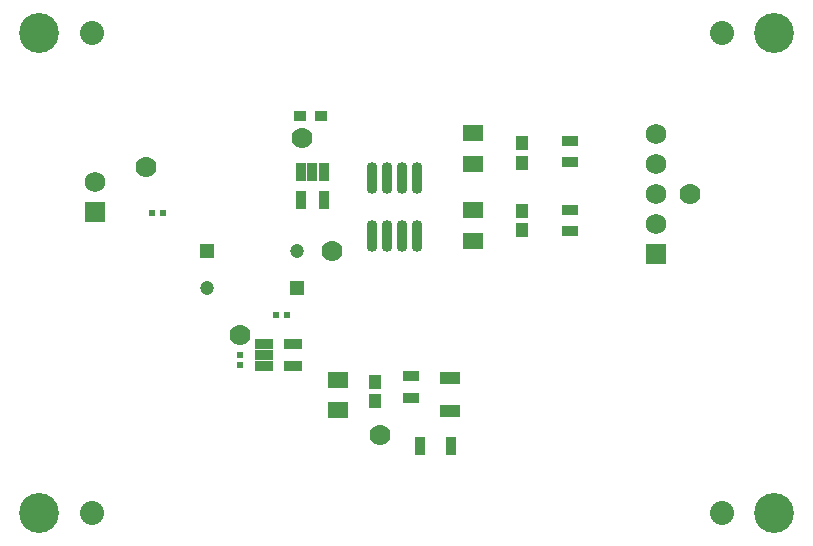
<source format=gts>
G04*
G04 #@! TF.GenerationSoftware,Altium Limited,Altium Designer,24.6.1 (21)*
G04*
G04 Layer_Color=8388736*
%FSLAX44Y44*%
%MOMM*%
G71*
G04*
G04 #@! TF.SameCoordinates,4D0109AF-B27D-4A28-B854-C6E4DC42B7D3*
G04*
G04*
G04 #@! TF.FilePolarity,Negative*
G04*
G01*
G75*
%ADD13R,1.8000X1.4000*%
%ADD14R,1.0000X0.9000*%
%ADD15R,0.5665X0.5725*%
%ADD16R,1.0121X1.1587*%
%ADD17R,0.8581X1.5621*%
%ADD18R,1.6621X1.0581*%
%ADD19R,1.4000X0.9500*%
%ADD22R,0.5725X0.5665*%
%ADD24R,0.9032X1.5032*%
%ADD25O,0.9032X2.7032*%
%ADD26R,1.5032X0.9032*%
%ADD27C,1.7532*%
%ADD28R,1.7532X1.7532*%
%ADD29C,1.2000*%
%ADD30R,1.2000X1.2000*%
%ADD31C,2.0320*%
%ADD32C,3.3782*%
%ADD33C,1.7780*%
D13*
X398780Y353360D02*
D03*
Y327360D02*
D03*
Y262290D02*
D03*
Y288290D02*
D03*
X284480Y144780D02*
D03*
Y118780D02*
D03*
D14*
X270620Y368300D02*
D03*
X252620D02*
D03*
D15*
X136610Y285750D02*
D03*
X127550D02*
D03*
X232410Y199390D02*
D03*
X241470D02*
D03*
D16*
X440690Y328283D02*
D03*
Y344817D02*
D03*
Y287667D02*
D03*
Y271133D02*
D03*
X316230Y126353D02*
D03*
Y142887D02*
D03*
D17*
X353760Y88900D02*
D03*
X380300D02*
D03*
D18*
X379730Y117810D02*
D03*
Y146350D02*
D03*
D19*
X481330Y328570D02*
D03*
Y347070D02*
D03*
Y288650D02*
D03*
Y270150D02*
D03*
X346710Y129180D02*
D03*
Y147680D02*
D03*
D22*
X201930Y165820D02*
D03*
Y156760D02*
D03*
D24*
X272390Y320610D02*
D03*
X262890D02*
D03*
X253390D02*
D03*
Y296610D02*
D03*
X272390D02*
D03*
D25*
X313690Y266330D02*
D03*
X326390D02*
D03*
X339090D02*
D03*
X351790D02*
D03*
X313690Y315330D02*
D03*
X326390D02*
D03*
X339090D02*
D03*
X351790D02*
D03*
D26*
X222250Y175210D02*
D03*
Y165710D02*
D03*
Y156210D02*
D03*
X246250D02*
D03*
Y175210D02*
D03*
D27*
X553720Y353060D02*
D03*
Y327660D02*
D03*
Y302260D02*
D03*
Y276860D02*
D03*
X78740Y312420D02*
D03*
D28*
X553720Y251460D02*
D03*
X78740Y287020D02*
D03*
D29*
X250190Y254000D02*
D03*
X173930Y222250D02*
D03*
D30*
Y254000D02*
D03*
X250190Y222250D02*
D03*
D31*
X609600Y31750D02*
D03*
Y438150D02*
D03*
X76200D02*
D03*
Y31750D02*
D03*
D32*
X654050D02*
D03*
Y438150D02*
D03*
X31750D02*
D03*
Y31750D02*
D03*
D33*
X121920Y325120D02*
D03*
X201930Y182880D02*
D03*
X254000Y349250D02*
D03*
X320040Y97790D02*
D03*
X279400Y254000D02*
D03*
X582930Y302260D02*
D03*
M02*

</source>
